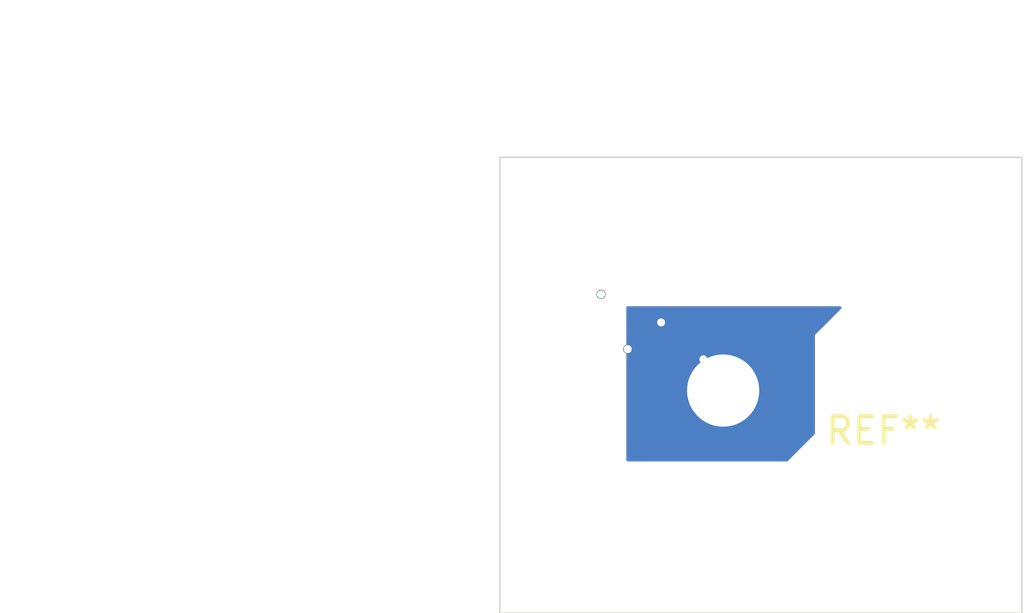
<source format=kicad_pcb>
(kicad_pcb (version 20240108) (generator "pcbnew") (generator_version "8.0")
  (layers (0 "F.Cu" signal) (31 "B.Cu" signal) (34 "B.Paste" user) (35 "F.Paste" user) (36 "B.SilkS" user "B.Silkscreen") (37 "F.SilkS" user "F.Silkscreen") (38 "B.Mask" user) (39 "F.Mask" user) (44 "Edge.Cuts" user))
  (net 0 "")
  (footprint "DAQ_Eurocard" (layer "F.Cu") (at 59.375 146.4)
    (property "Reference" "REF**" (at 6 1.5 0) (layer "F.SilkS"))
    (property "Value" "DAQ_Eurocard")
    (pad "MH" thru_hole circle (at -4.57 -3.6) (size 0.34 0.34) (drill 0.3) (layers "*.Cu"))
    (pad "MH" thru_hole circle (at -3.57 -1.55) (size 0.34 0.34) (drill 0.3) (property pad_prop_castellated) (layers "*.Cu"))
    (pad "MH" thru_hole circle (at -2.32 -2.55) (size 0.34 0.34) (drill 0.3) (layers "*.Cu"))
    (pad "MH" thru_hole circle (at -0.739814 -1.170149) (size 0.34 0.34) (drill 0.3) (layers "*.Cu"))
    (pad "MH" thru_hole custom (at 0 0) (size 4.7 4.7) (drill 2.7) (layers "*.Cu" "*.Mask") (options (clearance outline) (anchor circle)) (primitives (gr_poly (pts (xy 3.380001 1.599999) (xy 3.380001 -2.100001) (xy 4.380001 -3.100001) (xy -3.569999 -3.100001) (xy -3.569999 2.599999) (xy 2.380001 2.599999)) (width 0.1) (fill yes))))
  )
  (gr_rect (start 51.025 137.675) (end 70.55 154.725) (stroke (width 0.05)) (fill none) (layer "Edge.Cuts"))
)
</source>
